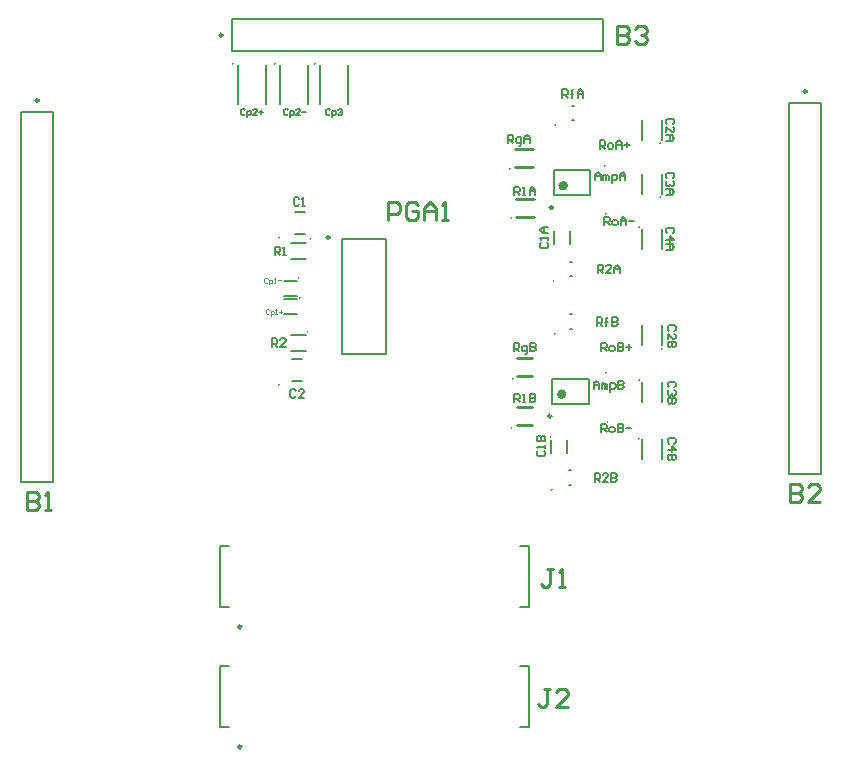
<source format=gbr>
%TF.GenerationSoftware,Altium Limited,Altium Designer,22.9.1 (49)*%
G04 Layer_Color=65535*
%FSLAX25Y25*%
%MOIN*%
%TF.SameCoordinates,E4663CD6-9850-4590-99AB-2D6E941D03D6*%
%TF.FilePolarity,Positive*%
%TF.FileFunction,Legend,Top*%
%TF.Part,Single*%
G01*
G75*
%TA.AperFunction,NonConductor*%
%ADD35C,0.00984*%
%ADD36C,0.00787*%
%ADD37C,0.01575*%
%ADD38C,0.01000*%
%ADD39C,0.00394*%
%ADD40C,0.00591*%
D35*
X154976Y171051D02*
G03*
X154976Y171051I-492J0D01*
G01*
X119272Y238500D02*
G03*
X119272Y238500I-492J0D01*
G01*
X125512Y1287D02*
G03*
X125512Y1287I-492J0D01*
G01*
X229382Y181000D02*
G03*
X229382Y181000I-492J0D01*
G01*
X313992Y219661D02*
G03*
X313992Y219661I-492J0D01*
G01*
X125512Y41287D02*
G03*
X125512Y41287I-492J0D01*
G01*
X57992Y216721D02*
G03*
X57992Y216721I-492J0D01*
G01*
X228882Y111500D02*
G03*
X228882Y111500I-492J0D01*
G01*
D36*
X228697Y104500D02*
G03*
X228697Y104500I-197J0D01*
G01*
X145197Y151000D02*
G03*
X145197Y151000I-197J0D01*
G01*
X122697Y229000D02*
G03*
X122697Y229000I-197J0D01*
G01*
X136697D02*
G03*
X136697Y229000I-197J0D01*
G01*
X147697Y139500D02*
G03*
X147697Y139500I-197J0D01*
G01*
X138197Y122000D02*
G03*
X138197Y122000I-197J0D01*
G01*
X247697Y109500D02*
G03*
X247697Y109500I-197J0D01*
G01*
X247197Y126000D02*
G03*
X247197Y126000I-197J0D01*
G01*
X246697Y195000D02*
G03*
X246697Y195000I-197J0D01*
G01*
X247197Y179000D02*
G03*
X247197Y179000I-197J0D01*
G01*
X258197Y174500D02*
G03*
X258197Y174500I-197J0D01*
G01*
Y104000D02*
G03*
X258197Y104000I-197J0D01*
G01*
X229197Y87000D02*
G03*
X229197Y87000I-197J0D01*
G01*
X215697Y107500D02*
G03*
X215697Y107500I-197J0D01*
G01*
X258197Y123500D02*
G03*
X258197Y123500I-197J0D01*
G01*
X265697Y134000D02*
G03*
X265697Y134000I-197J0D01*
G01*
X216197Y124000D02*
G03*
X216197Y124000I-197J0D01*
G01*
X230197Y139000D02*
G03*
X230197Y139000I-197J0D01*
G01*
X229697Y156500D02*
G03*
X229697Y156500I-197J0D01*
G01*
X215697Y177500D02*
G03*
X215697Y177500I-197J0D01*
G01*
X265197Y184500D02*
G03*
X265197Y184500I-197J0D01*
G01*
Y202500D02*
G03*
X265197Y202500I-197J0D01*
G01*
X215197Y194000D02*
G03*
X215197Y194000I-197J0D01*
G01*
X230197Y208500D02*
G03*
X230197Y208500I-197J0D01*
G01*
X150197Y229000D02*
G03*
X150197Y229000I-197J0D01*
G01*
X144697Y157500D02*
G03*
X144697Y157500I-197J0D01*
G01*
X148697Y170500D02*
G03*
X148697Y170500I-197J0D01*
G01*
X138197Y171000D02*
G03*
X138197Y171000I-197J0D01*
G01*
X159209Y132075D02*
Y170658D01*
X173776Y132075D02*
Y170658D01*
X159209D02*
X173776D01*
X159209Y132075D02*
X173776D01*
X139933Y156461D02*
X144067D01*
X139933Y151539D02*
X144067D01*
X122468Y233185D02*
Y243815D01*
Y233185D02*
X246091D01*
Y243815D01*
X122468D02*
X246091D01*
X142333Y130658D02*
X145667D01*
X142333Y123342D02*
X145667D01*
X139933Y150461D02*
X144067D01*
X139933Y145539D02*
X144067D01*
X124362Y215492D02*
Y228508D01*
X133638Y215492D02*
Y228508D01*
X143333Y179658D02*
X146667D01*
X143333Y172342D02*
X146667D01*
X118425Y28138D02*
X121555D01*
X218445D02*
X221575D01*
Y7862D02*
Y28138D01*
X118425Y7862D02*
X121555D01*
X218445D02*
X221575D01*
X118425D02*
Y28138D01*
X234606Y88539D02*
X235394D01*
X234606Y93461D02*
X235394D01*
X229677Y185134D02*
X241882D01*
X229677Y193402D02*
X241882D01*
X229677Y185134D02*
Y193402D01*
X241882Y185134D02*
Y193402D01*
X235106Y158039D02*
X235894D01*
X235106Y162961D02*
X235894D01*
X151862Y215492D02*
Y228508D01*
X161138Y215492D02*
Y228508D01*
X308185Y215972D02*
X318815D01*
X308185Y92350D02*
Y215972D01*
Y92350D02*
X318815D01*
Y215972D01*
X118425Y47862D02*
Y68138D01*
X218445Y47862D02*
X221575D01*
X118425D02*
X121555D01*
X221575D02*
Y68138D01*
X218445D02*
X221575D01*
X118425D02*
X121555D01*
X52185Y213032D02*
X62815D01*
X52185Y89410D02*
Y213032D01*
Y89410D02*
X62815D01*
Y213032D01*
X265846Y185653D02*
Y192347D01*
X259154Y185653D02*
Y192347D01*
Y135153D02*
Y141847D01*
X265846Y135153D02*
Y141847D01*
X259154Y167201D02*
Y173894D01*
X265846Y167201D02*
Y173894D01*
Y116154D02*
Y122846D01*
X259154Y116154D02*
Y122846D01*
X265846Y203606D02*
Y210299D01*
X259154Y203606D02*
Y210299D01*
X141995Y138657D02*
X147005D01*
X141995Y133343D02*
X147005D01*
X141995Y169158D02*
X147005D01*
X141995Y163842D02*
X147005D01*
X138362Y215492D02*
Y228508D01*
X147638Y215492D02*
Y228508D01*
X235106Y145461D02*
X235894D01*
X235106Y140539D02*
X235894D01*
X265846Y97154D02*
Y103847D01*
X259154Y97154D02*
Y103847D01*
X241382Y115634D02*
Y123902D01*
X229177Y115634D02*
Y123902D01*
X241382D01*
X229177Y115634D02*
X241382D01*
X229833Y168938D02*
Y173072D01*
X235157Y168933D02*
Y173067D01*
X235606Y214961D02*
X236394D01*
X235606Y210039D02*
X236394D01*
X234157Y99358D02*
Y103492D01*
X228833Y99363D02*
Y103497D01*
X143729Y119918D02*
X143270Y120378D01*
X142351D01*
X141892Y119918D01*
Y118082D01*
X142351Y117622D01*
X143270D01*
X143729Y118082D01*
X146484Y117622D02*
X144647D01*
X146484Y119459D01*
Y119918D01*
X146025Y120378D01*
X145106D01*
X144647Y119918D01*
X135704Y134623D02*
Y137378D01*
X137082D01*
X137541Y136918D01*
Y136000D01*
X137082Y135541D01*
X135704D01*
X136623D02*
X137541Y134623D01*
X140296D02*
X138459D01*
X140296Y136459D01*
Y136918D01*
X139837Y137378D01*
X138918D01*
X138459Y136918D01*
X136663Y165122D02*
Y167877D01*
X138041D01*
X138500Y167418D01*
Y166500D01*
X138041Y166041D01*
X136663D01*
X137582D02*
X138500Y165122D01*
X139418D02*
X140337D01*
X139877D01*
Y167877D01*
X139418Y167418D01*
X144812Y183918D02*
X144353Y184378D01*
X143435D01*
X142975Y183918D01*
Y182082D01*
X143435Y181623D01*
X144353D01*
X144812Y182082D01*
X145730Y181623D02*
X146649D01*
X146189D01*
Y184378D01*
X145730Y183918D01*
X242949Y120582D02*
Y122418D01*
X243867Y123337D01*
X244786Y122418D01*
Y120582D01*
Y121959D01*
X242949D01*
X245704Y120582D02*
Y122418D01*
X246163D01*
X246622Y121959D01*
Y120582D01*
Y121959D01*
X247082Y122418D01*
X247541Y121959D01*
Y120582D01*
X248459Y119663D02*
Y122418D01*
X249837D01*
X250296Y121959D01*
Y121041D01*
X249837Y120582D01*
X248459D01*
X251214Y123337D02*
Y120582D01*
X252592D01*
X253051Y121041D01*
Y121500D01*
X252592Y121959D01*
X251214D01*
X252592D01*
X253051Y122418D01*
Y122878D01*
X252592Y123337D01*
X251214D01*
X216327Y133082D02*
Y135837D01*
X217704D01*
X218163Y135378D01*
Y134459D01*
X217704Y134000D01*
X216327D01*
X217245D02*
X218163Y133082D01*
X220000Y132163D02*
X220459D01*
X220918Y132623D01*
Y134918D01*
X219541D01*
X219082Y134459D01*
Y133541D01*
X219541Y133082D01*
X220918D01*
X221837Y135837D02*
Y133082D01*
X223214D01*
X223673Y133541D01*
Y134000D01*
X223214Y134459D01*
X221837D01*
X223214D01*
X223673Y134918D01*
Y135378D01*
X223214Y135837D01*
X221837D01*
X216556Y116122D02*
Y118877D01*
X217934D01*
X218393Y118418D01*
Y117500D01*
X217934Y117041D01*
X216556D01*
X217475D02*
X218393Y116122D01*
X219311D02*
X220230D01*
X219770D01*
Y118877D01*
X219311Y118418D01*
X221607Y118877D02*
Y116122D01*
X222985D01*
X223444Y116582D01*
Y117041D01*
X222985Y117500D01*
X221607D01*
X222985D01*
X223444Y117959D01*
Y118418D01*
X222985Y118877D01*
X221607D01*
X224582Y99893D02*
X224123Y99434D01*
Y98515D01*
X224582Y98056D01*
X226418D01*
X226877Y98515D01*
Y99434D01*
X226418Y99893D01*
X226877Y100811D02*
Y101730D01*
Y101270D01*
X224123D01*
X224582Y100811D01*
X224123Y103107D02*
X226877D01*
Y104485D01*
X226418Y104944D01*
X225959D01*
X225500Y104485D01*
Y103107D01*
Y104485D01*
X225041Y104944D01*
X224582D01*
X224123Y104485D01*
Y103107D01*
X243327Y89622D02*
Y92378D01*
X244704D01*
X245163Y91918D01*
Y91000D01*
X244704Y90541D01*
X243327D01*
X244245D02*
X245163Y89622D01*
X247918D02*
X246082D01*
X247918Y91459D01*
Y91918D01*
X247459Y92378D01*
X246541D01*
X246082Y91918D01*
X248837Y92378D02*
Y89622D01*
X250214D01*
X250673Y90082D01*
Y90541D01*
X250214Y91000D01*
X248837D01*
X250214D01*
X250673Y91459D01*
Y91918D01*
X250214Y92378D01*
X248837D01*
X244056Y141622D02*
Y144378D01*
X245434D01*
X245893Y143918D01*
Y143000D01*
X245434Y142541D01*
X244056D01*
X244975D02*
X245893Y141622D01*
X247270D02*
Y143918D01*
Y143000D01*
X246811D01*
X247730D01*
X247270D01*
Y143918D01*
X247730Y144378D01*
X249107D02*
Y141622D01*
X250485D01*
X250944Y142082D01*
Y142541D01*
X250485Y143000D01*
X249107D01*
X250485D01*
X250944Y143459D01*
Y143918D01*
X250485Y144378D01*
X249107D01*
X245449Y133123D02*
Y135878D01*
X246827D01*
X247286Y135418D01*
Y134500D01*
X246827Y134041D01*
X245449D01*
X246368D02*
X247286Y133123D01*
X248663D02*
X249582D01*
X250041Y133582D01*
Y134500D01*
X249582Y134959D01*
X248663D01*
X248204Y134500D01*
Y133582D01*
X248663Y133123D01*
X250959Y135878D02*
Y133123D01*
X252337D01*
X252796Y133582D01*
Y134041D01*
X252337Y134500D01*
X250959D01*
X252337D01*
X252796Y134959D01*
Y135418D01*
X252337Y135878D01*
X250959D01*
X253714Y134500D02*
X255551D01*
X254632Y135418D02*
Y133582D01*
X245449Y106123D02*
Y108878D01*
X246827D01*
X247286Y108418D01*
Y107500D01*
X246827Y107041D01*
X245449D01*
X246368D02*
X247286Y106123D01*
X248663D02*
X249582D01*
X250041Y106582D01*
Y107500D01*
X249582Y107959D01*
X248663D01*
X248204Y107500D01*
Y106582D01*
X248663Y106123D01*
X250959Y108878D02*
Y106123D01*
X252337D01*
X252796Y106582D01*
Y107041D01*
X252337Y107500D01*
X250959D01*
X252337D01*
X252796Y107959D01*
Y108418D01*
X252337Y108878D01*
X250959D01*
X253714Y107500D02*
X255551D01*
X269918Y139884D02*
X270377Y140343D01*
Y141261D01*
X269918Y141721D01*
X268082D01*
X267622Y141261D01*
Y140343D01*
X268082Y139884D01*
X267622Y137129D02*
Y138966D01*
X269459Y137129D01*
X269918D01*
X270377Y137588D01*
Y138506D01*
X269918Y138966D01*
X270377Y136211D02*
X267622D01*
Y134833D01*
X268082Y134374D01*
X268541D01*
X269000Y134833D01*
Y136211D01*
Y134833D01*
X269459Y134374D01*
X269918D01*
X270377Y134833D01*
Y136211D01*
X269918Y121104D02*
X270377Y121564D01*
Y122482D01*
X269918Y122941D01*
X268082D01*
X267622Y122482D01*
Y121564D01*
X268082Y121104D01*
X269918Y120186D02*
X270377Y119727D01*
Y118808D01*
X269918Y118349D01*
X269459D01*
X269000Y118808D01*
Y119268D01*
Y118808D01*
X268541Y118349D01*
X268082D01*
X267622Y118808D01*
Y119727D01*
X268082Y120186D01*
X270377Y117431D02*
X267622D01*
Y116053D01*
X268082Y115594D01*
X268541D01*
X269000Y116053D01*
Y117431D01*
Y116053D01*
X269459Y115594D01*
X269918D01*
X270377Y116053D01*
Y117431D01*
X269918Y102337D02*
X270377Y102796D01*
Y103714D01*
X269918Y104173D01*
X268082D01*
X267622Y103714D01*
Y102796D01*
X268082Y102337D01*
X267622Y100041D02*
X270377D01*
X269000Y101418D01*
Y99582D01*
X270377Y98663D02*
X267622D01*
Y97286D01*
X268082Y96827D01*
X268541D01*
X269000Y97286D01*
Y98663D01*
Y97286D01*
X269459Y96827D01*
X269918D01*
X270377Y97286D01*
Y98663D01*
X269418Y172431D02*
X269878Y172890D01*
Y173809D01*
X269418Y174268D01*
X267582D01*
X267123Y173809D01*
Y172890D01*
X267582Y172431D01*
X267123Y170135D02*
X269878D01*
X268500Y171513D01*
Y169676D01*
X267123Y168758D02*
X268959D01*
X269878Y167840D01*
X268959Y166921D01*
X267123D01*
X268500D01*
Y168758D01*
X269418Y190837D02*
X269878Y191296D01*
Y192214D01*
X269418Y192673D01*
X267582D01*
X267123Y192214D01*
Y191296D01*
X267582Y190837D01*
X269418Y189918D02*
X269878Y189459D01*
Y188541D01*
X269418Y188082D01*
X268959D01*
X268500Y188541D01*
Y189000D01*
Y188541D01*
X268041Y188082D01*
X267582D01*
X267123Y188541D01*
Y189459D01*
X267582Y189918D01*
X267123Y187163D02*
X268959D01*
X269878Y186245D01*
X268959Y185327D01*
X267123D01*
X268500D01*
Y187163D01*
X269418Y208837D02*
X269878Y209296D01*
Y210214D01*
X269418Y210673D01*
X267582D01*
X267123Y210214D01*
Y209296D01*
X267582Y208837D01*
X267123Y206082D02*
Y207918D01*
X268959Y206082D01*
X269418D01*
X269878Y206541D01*
Y207459D01*
X269418Y207918D01*
X267123Y205163D02*
X268959D01*
X269878Y204245D01*
X268959Y203327D01*
X267123D01*
X268500D01*
Y205163D01*
X246449Y175122D02*
Y177877D01*
X247827D01*
X248286Y177418D01*
Y176500D01*
X247827Y176041D01*
X246449D01*
X247368D02*
X248286Y175122D01*
X249663D02*
X250582D01*
X251041Y175582D01*
Y176500D01*
X250582Y176959D01*
X249663D01*
X249204Y176500D01*
Y175582D01*
X249663Y175122D01*
X251959D02*
Y176959D01*
X252877Y177877D01*
X253796Y176959D01*
Y175122D01*
Y176500D01*
X251959D01*
X254714D02*
X256551D01*
X244949Y200623D02*
Y203378D01*
X246327D01*
X246786Y202918D01*
Y202000D01*
X246327Y201541D01*
X244949D01*
X245867D02*
X246786Y200623D01*
X248163D02*
X249082D01*
X249541Y201082D01*
Y202000D01*
X249082Y202459D01*
X248163D01*
X247704Y202000D01*
Y201082D01*
X248163Y200623D01*
X250459D02*
Y202459D01*
X251378Y203378D01*
X252296Y202459D01*
Y200623D01*
Y202000D01*
X250459D01*
X253214D02*
X255051D01*
X254133Y202918D02*
Y201082D01*
X232556Y217622D02*
Y220377D01*
X233934D01*
X234393Y219918D01*
Y219000D01*
X233934Y218541D01*
X232556D01*
X233475D02*
X234393Y217622D01*
X235771D02*
Y219918D01*
Y219000D01*
X235311D01*
X236230D01*
X235771D01*
Y219918D01*
X236230Y220377D01*
X237607Y217622D02*
Y219459D01*
X238526Y220377D01*
X239444Y219459D01*
Y217622D01*
Y219000D01*
X237607D01*
X244327Y159123D02*
Y161878D01*
X245704D01*
X246163Y161418D01*
Y160500D01*
X245704Y160041D01*
X244327D01*
X245245D02*
X246163Y159123D01*
X248918D02*
X247082D01*
X248918Y160959D01*
Y161418D01*
X248459Y161878D01*
X247541D01*
X247082Y161418D01*
X249837Y159123D02*
Y160959D01*
X250755Y161878D01*
X251673Y160959D01*
Y159123D01*
Y160500D01*
X249837D01*
X225582Y169393D02*
X225122Y168934D01*
Y168015D01*
X225582Y167556D01*
X227418D01*
X227877Y168015D01*
Y168934D01*
X227418Y169393D01*
X227877Y170311D02*
Y171230D01*
Y170770D01*
X225122D01*
X225582Y170311D01*
X227877Y172607D02*
X226041D01*
X225122Y173525D01*
X226041Y174444D01*
X227877D01*
X226500D01*
Y172607D01*
X216556Y185123D02*
Y187878D01*
X217934D01*
X218393Y187418D01*
Y186500D01*
X217934Y186041D01*
X216556D01*
X217475D02*
X218393Y185123D01*
X219311D02*
X220230D01*
X219770D01*
Y187878D01*
X219311Y187418D01*
X221607Y185123D02*
Y186959D01*
X222525Y187878D01*
X223444Y186959D01*
Y185123D01*
Y186500D01*
X221607D01*
X214327Y202582D02*
Y205337D01*
X215704D01*
X216163Y204877D01*
Y203959D01*
X215704Y203500D01*
X214327D01*
X215245D02*
X216163Y202582D01*
X218000Y201663D02*
X218459D01*
X218918Y202122D01*
Y204418D01*
X217541D01*
X217082Y203959D01*
Y203041D01*
X217541Y202582D01*
X218918D01*
X219837D02*
Y204418D01*
X220755Y205337D01*
X221673Y204418D01*
Y202582D01*
Y203959D01*
X219837D01*
X243449Y190082D02*
Y191918D01*
X244368Y192837D01*
X245286Y191918D01*
Y190082D01*
Y191459D01*
X243449D01*
X246204Y190082D02*
Y191918D01*
X246663D01*
X247123Y191459D01*
Y190082D01*
Y191459D01*
X247582Y191918D01*
X248041Y191459D01*
Y190082D01*
X248959Y189163D02*
Y191918D01*
X250337D01*
X250796Y191459D01*
Y190541D01*
X250337Y190082D01*
X248959D01*
X251714D02*
Y191918D01*
X252632Y192837D01*
X253551Y191918D01*
Y190082D01*
Y191459D01*
X251714D01*
D37*
X233614Y188284D02*
G03*
X233614Y188284I-787J0D01*
G01*
X233114Y118783D02*
G03*
X233114Y118783I-787J0D01*
G01*
D38*
X217000Y178000D02*
X223000D01*
X217000Y184000D02*
X223000D01*
X216791Y200500D02*
X222791D01*
X216791Y194500D02*
X222791D01*
X217500Y114500D02*
X222500D01*
X217500Y131000D02*
X222500D01*
X217500Y108500D02*
X222500D01*
X217500Y125000D02*
X222500D01*
X174284Y176767D02*
Y182764D01*
X177283D01*
X178283Y181765D01*
Y179765D01*
X177283Y178766D01*
X174284D01*
X184281Y181765D02*
X183281Y182764D01*
X181282D01*
X180282Y181765D01*
Y177766D01*
X181282Y176767D01*
X183281D01*
X184281Y177766D01*
Y179765D01*
X182282D01*
X186281Y176767D02*
Y180765D01*
X188280Y182764D01*
X190279Y180765D01*
Y176767D01*
Y179765D01*
X186281D01*
X192279Y176767D02*
X194278D01*
X193278D01*
Y182764D01*
X192279Y181765D01*
X250781Y241499D02*
Y235501D01*
X253780D01*
X254780Y236501D01*
Y237500D01*
X253780Y238500D01*
X250781D01*
X253780D01*
X254780Y239500D01*
Y240499D01*
X253780Y241499D01*
X250781D01*
X256779Y240499D02*
X257779Y241499D01*
X259778D01*
X260778Y240499D01*
Y239500D01*
X259778Y238500D01*
X258779D01*
X259778D01*
X260778Y237500D01*
Y236501D01*
X259778Y235501D01*
X257779D01*
X256779Y236501D01*
X228500Y20499D02*
X226501D01*
X227501D01*
Y15501D01*
X226501Y14501D01*
X225501D01*
X224502Y15501D01*
X234498Y14501D02*
X230500D01*
X234498Y18500D01*
Y19499D01*
X233499Y20499D01*
X231499D01*
X230500Y19499D01*
X308502Y88999D02*
Y83001D01*
X311501D01*
X312500Y84001D01*
Y85000D01*
X311501Y86000D01*
X308502D01*
X311501D01*
X312500Y87000D01*
Y87999D01*
X311501Y88999D01*
X308502D01*
X318498Y83001D02*
X314500D01*
X318498Y87000D01*
Y87999D01*
X317499Y88999D01*
X315499D01*
X314500Y87999D01*
X54001Y86279D02*
Y80281D01*
X57000D01*
X58000Y81280D01*
Y82280D01*
X57000Y83280D01*
X54001D01*
X57000D01*
X58000Y84279D01*
Y85279D01*
X57000Y86279D01*
X54001D01*
X59999Y80281D02*
X61999D01*
X60999D01*
Y86279D01*
X59999Y85279D01*
X229500Y60499D02*
X227501D01*
X228500D01*
Y55501D01*
X227501Y54501D01*
X226501D01*
X225501Y55501D01*
X231499Y54501D02*
X233499D01*
X232499D01*
Y60499D01*
X231499Y59499D01*
D39*
X134294Y157287D02*
X134032Y157550D01*
X133507D01*
X133245Y157287D01*
Y156238D01*
X133507Y155975D01*
X134032D01*
X134294Y156238D01*
X134819Y155450D02*
Y157025D01*
X135606D01*
X135869Y156762D01*
Y156238D01*
X135606Y155975D01*
X134819D01*
X136394D02*
X136918D01*
X136656D01*
Y157550D01*
X136394Y157287D01*
X137706Y156762D02*
X138755D01*
X134794Y146787D02*
X134532Y147049D01*
X134007D01*
X133745Y146787D01*
Y145738D01*
X134007Y145475D01*
X134532D01*
X134794Y145738D01*
X135319Y144950D02*
Y146525D01*
X136106D01*
X136369Y146262D01*
Y145738D01*
X136106Y145475D01*
X135319D01*
X136894D02*
X137418D01*
X137156D01*
Y147049D01*
X136894Y146787D01*
X138206Y146262D02*
X139255D01*
X138730Y146787D02*
Y145738D01*
D40*
X141204Y213484D02*
X140876Y213812D01*
X140220D01*
X139892Y213484D01*
Y212172D01*
X140220Y211844D01*
X140876D01*
X141204Y212172D01*
X141860Y211188D02*
Y213156D01*
X142844D01*
X143172Y212828D01*
Y212172D01*
X142844Y211844D01*
X141860D01*
X145140D02*
X143828D01*
X145140Y213156D01*
Y213484D01*
X144812Y213812D01*
X144156D01*
X143828Y213484D01*
X145796Y212828D02*
X147108D01*
X126704Y213484D02*
X126376Y213812D01*
X125720D01*
X125392Y213484D01*
Y212172D01*
X125720Y211844D01*
X126376D01*
X126704Y212172D01*
X127360Y211188D02*
Y213156D01*
X128344D01*
X128672Y212828D01*
Y212172D01*
X128344Y211844D01*
X127360D01*
X130640D02*
X129328D01*
X130640Y213156D01*
Y213484D01*
X130312Y213812D01*
X129656D01*
X129328Y213484D01*
X131296Y212828D02*
X132608D01*
X131952Y213484D02*
Y212172D01*
X155188Y213533D02*
X154860Y213861D01*
X154204D01*
X153876Y213533D01*
Y212221D01*
X154204Y211893D01*
X154860D01*
X155188Y212221D01*
X155844Y211237D02*
Y213205D01*
X156828D01*
X157156Y212877D01*
Y212221D01*
X156828Y211893D01*
X155844D01*
X157812Y213533D02*
X158140Y213861D01*
X158796D01*
X159124Y213533D01*
Y213205D01*
X158796Y212877D01*
X158468D01*
X158796D01*
X159124Y212549D01*
Y212221D01*
X158796Y211893D01*
X158140D01*
X157812Y212221D01*
%TF.MD5,613f4419d5c719219e718ca135178233*%
M02*

</source>
